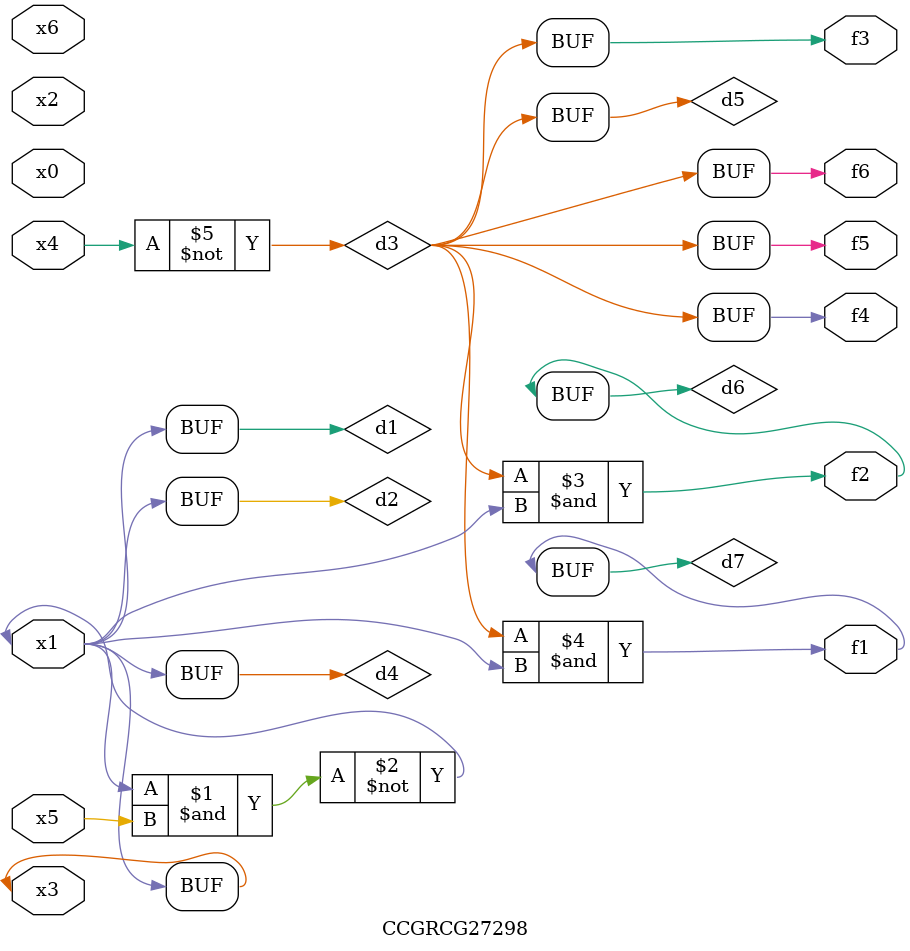
<source format=v>
module CCGRCG27298(
	input x0, x1, x2, x3, x4, x5, x6,
	output f1, f2, f3, f4, f5, f6
);

	wire d1, d2, d3, d4, d5, d6, d7;

	buf (d1, x1, x3);
	nand (d2, x1, x5);
	not (d3, x4);
	buf (d4, d1, d2);
	buf (d5, d3);
	and (d6, d3, d4);
	and (d7, d3, d4);
	assign f1 = d7;
	assign f2 = d6;
	assign f3 = d5;
	assign f4 = d5;
	assign f5 = d5;
	assign f6 = d5;
endmodule

</source>
